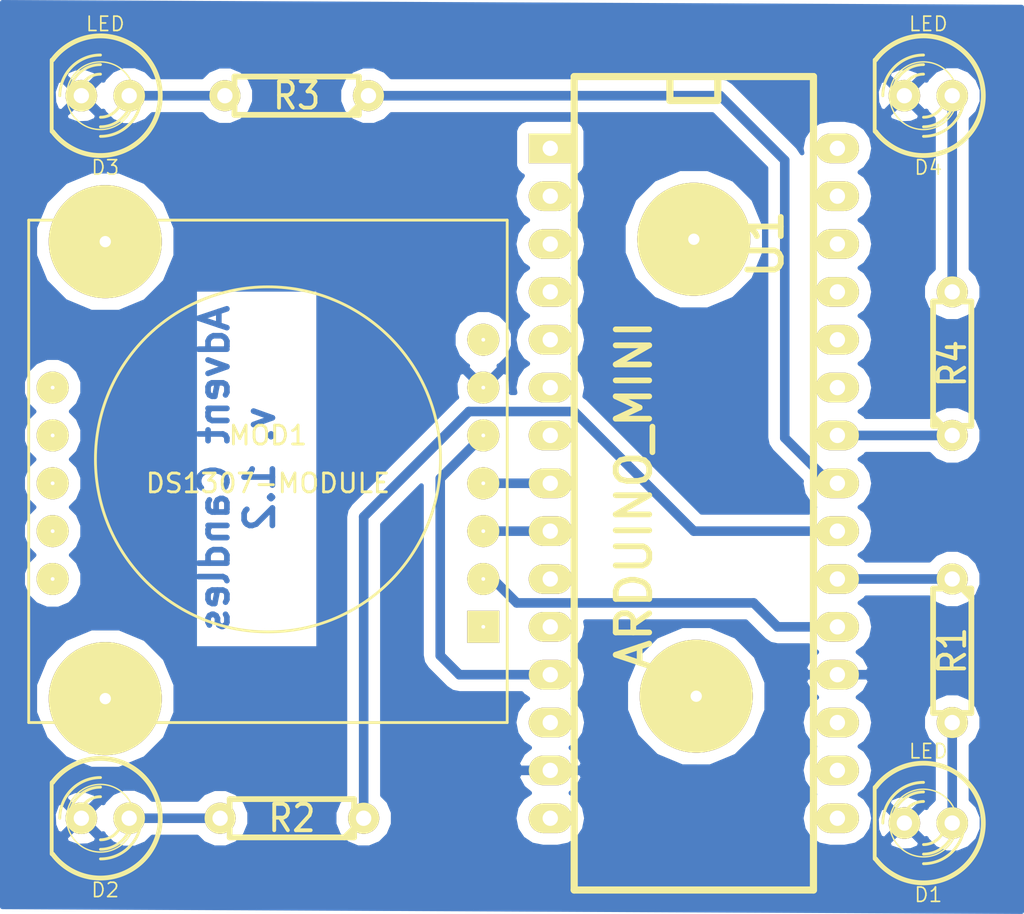
<source format=kicad_pcb>
(kicad_pcb (version 3) (host pcbnew "(2013-07-07 BZR 4022)-stable")

  (general
    (links 18)
    (no_connects 0)
    (area 34.544 32.766 88.900001 81.280001)
    (thickness 1.6)
    (drawings 1)
    (tracks 37)
    (zones 0)
    (modules 14)
    (nets 14)
  )

  (page A3)
  (layers
    (15 F.Cu signal)
    (0 B.Cu signal)
    (16 B.Adhes user)
    (17 F.Adhes user)
    (18 B.Paste user)
    (19 F.Paste user)
    (20 B.SilkS user)
    (21 F.SilkS user)
    (22 B.Mask user)
    (23 F.Mask user)
    (24 Dwgs.User user)
    (25 Cmts.User user)
    (26 Eco1.User user)
    (27 Eco2.User user)
    (28 Edge.Cuts user)
  )

  (setup
    (last_trace_width 0.508)
    (trace_clearance 0.127)
    (zone_clearance 0.618)
    (zone_45_only no)
    (trace_min 0.254)
    (segment_width 0.2)
    (edge_width 0.15)
    (via_size 0.889)
    (via_drill 0.635)
    (via_min_size 0.889)
    (via_min_drill 0.508)
    (uvia_size 0.508)
    (uvia_drill 0.127)
    (uvias_allowed no)
    (uvia_min_size 0.508)
    (uvia_min_drill 0.127)
    (pcb_text_width 0.3)
    (pcb_text_size 1.5 1.5)
    (mod_edge_width 0.15)
    (mod_text_size 1.5 1.5)
    (mod_text_width 0.15)
    (pad_size 1.7 1.7)
    (pad_drill 0.2)
    (pad_to_mask_clearance 0.2)
    (aux_axis_origin 0 0)
    (visible_elements 7FFFFFFF)
    (pcbplotparams
      (layerselection 3178497)
      (usegerberextensions true)
      (excludeedgelayer true)
      (linewidth 0.500000)
      (plotframeref false)
      (viasonmask false)
      (mode 1)
      (useauxorigin false)
      (hpglpennumber 1)
      (hpglpenspeed 20)
      (hpglpendiameter 15)
      (hpglpenoverlay 2)
      (psnegative false)
      (psa4output false)
      (plotreference true)
      (plotvalue true)
      (plotothertext true)
      (plotinvisibletext false)
      (padsonsilk false)
      (subtractmaskfromsilk false)
      (outputformat 1)
      (mirror false)
      (drillshape 1)
      (scaleselection 1)
      (outputdirectory ""))
  )

  (net 0 "")
  (net 1 GND)
  (net 2 N-000001)
  (net 3 N-0000010)
  (net 4 N-0000011)
  (net 5 N-000002)
  (net 6 N-000003)
  (net 7 N-0000032)
  (net 8 N-0000033)
  (net 9 N-000004)
  (net 10 N-000006)
  (net 11 N-000007)
  (net 12 N-000008)
  (net 13 N-000009)

  (net_class Default "Toto je výchozí třída sítě."
    (clearance 0.127)
    (trace_width 0.508)
    (via_dia 0.889)
    (via_drill 0.635)
    (uvia_dia 0.508)
    (uvia_drill 0.127)
    (add_net "")
    (add_net GND)
    (add_net N-000001)
    (add_net N-0000010)
    (add_net N-0000011)
    (add_net N-000002)
    (add_net N-000003)
    (add_net N-0000032)
    (add_net N-0000033)
    (add_net N-000004)
    (add_net N-000006)
    (add_net N-000007)
    (add_net N-000008)
    (add_net N-000009)
  )

  (module R3-LARGE_PADS (layer F.Cu) (tedit 54968F7A) (tstamp 54968E37)
    (at 85.09 67.31 270)
    (descr "Resitance 3 pas")
    (tags R)
    (path /5493C763)
    (autoplace_cost180 10)
    (fp_text reference R1 (at 0 0 270) (layer F.SilkS)
      (effects (font (size 1.397 1.27) (thickness 0.2032)))
    )
    (fp_text value R (at 0 0 270) (layer F.SilkS) hide
      (effects (font (size 1.397 1.27) (thickness 0.2032)))
    )
    (fp_line (start -3.81 0) (end -3.302 0) (layer F.SilkS) (width 0.3048))
    (fp_line (start 3.81 0) (end 3.302 0) (layer F.SilkS) (width 0.3048))
    (fp_line (start 3.302 0) (end 3.302 -1.016) (layer F.SilkS) (width 0.3048))
    (fp_line (start 3.302 -1.016) (end -3.302 -1.016) (layer F.SilkS) (width 0.3048))
    (fp_line (start -3.302 -1.016) (end -3.302 1.016) (layer F.SilkS) (width 0.3048))
    (fp_line (start -3.302 1.016) (end 3.302 1.016) (layer F.SilkS) (width 0.3048))
    (fp_line (start 3.302 1.016) (end 3.302 0) (layer F.SilkS) (width 0.3048))
    (fp_line (start -3.302 -0.508) (end -2.794 -1.016) (layer F.SilkS) (width 0.3048))
    (pad 1 thru_hole circle (at -3.81 0 270) (size 1.651 1.651) (drill 0.8128)
      (layers *.Cu *.Mask F.SilkS)
      (net 4 N-0000011)
    )
    (pad 2 thru_hole circle (at 3.81 0 270) (size 1.651 1.651) (drill 0.8128)
      (layers *.Cu *.Mask F.SilkS)
      (net 6 N-000003)
    )
    (model discret/resistor.wrl
      (at (xyz 0 0 0))
      (scale (xyz 0.3 0.3 0.3))
      (rotate (xyz 0 0 0))
    )
  )

  (module R3-LARGE_PADS (layer F.Cu) (tedit 47E26765) (tstamp 54968E45)
    (at 50.038 76.2 180)
    (descr "Resitance 3 pas")
    (tags R)
    (path /5493C770)
    (autoplace_cost180 10)
    (fp_text reference R2 (at 0 0 180) (layer F.SilkS)
      (effects (font (size 1.397 1.27) (thickness 0.2032)))
    )
    (fp_text value R (at 0 0 180) (layer F.SilkS) hide
      (effects (font (size 1.397 1.27) (thickness 0.2032)))
    )
    (fp_line (start -3.81 0) (end -3.302 0) (layer F.SilkS) (width 0.3048))
    (fp_line (start 3.81 0) (end 3.302 0) (layer F.SilkS) (width 0.3048))
    (fp_line (start 3.302 0) (end 3.302 -1.016) (layer F.SilkS) (width 0.3048))
    (fp_line (start 3.302 -1.016) (end -3.302 -1.016) (layer F.SilkS) (width 0.3048))
    (fp_line (start -3.302 -1.016) (end -3.302 1.016) (layer F.SilkS) (width 0.3048))
    (fp_line (start -3.302 1.016) (end 3.302 1.016) (layer F.SilkS) (width 0.3048))
    (fp_line (start 3.302 1.016) (end 3.302 0) (layer F.SilkS) (width 0.3048))
    (fp_line (start -3.302 -0.508) (end -2.794 -1.016) (layer F.SilkS) (width 0.3048))
    (pad 1 thru_hole circle (at -3.81 0 180) (size 1.651 1.651) (drill 0.8128)
      (layers *.Cu *.Mask F.SilkS)
      (net 3 N-0000010)
    )
    (pad 2 thru_hole circle (at 3.81 0 180) (size 1.651 1.651) (drill 0.8128)
      (layers *.Cu *.Mask F.SilkS)
      (net 5 N-000002)
    )
    (model discret/resistor.wrl
      (at (xyz 0 0 0))
      (scale (xyz 0.3 0.3 0.3))
      (rotate (xyz 0 0 0))
    )
  )

  (module R3-LARGE_PADS (layer F.Cu) (tedit 47E26765) (tstamp 54968E53)
    (at 50.292 37.846 180)
    (descr "Resitance 3 pas")
    (tags R)
    (path /5493C776)
    (autoplace_cost180 10)
    (fp_text reference R3 (at 0 0 180) (layer F.SilkS)
      (effects (font (size 1.397 1.27) (thickness 0.2032)))
    )
    (fp_text value R (at 0 0 180) (layer F.SilkS) hide
      (effects (font (size 1.397 1.27) (thickness 0.2032)))
    )
    (fp_line (start -3.81 0) (end -3.302 0) (layer F.SilkS) (width 0.3048))
    (fp_line (start 3.81 0) (end 3.302 0) (layer F.SilkS) (width 0.3048))
    (fp_line (start 3.302 0) (end 3.302 -1.016) (layer F.SilkS) (width 0.3048))
    (fp_line (start 3.302 -1.016) (end -3.302 -1.016) (layer F.SilkS) (width 0.3048))
    (fp_line (start -3.302 -1.016) (end -3.302 1.016) (layer F.SilkS) (width 0.3048))
    (fp_line (start -3.302 1.016) (end 3.302 1.016) (layer F.SilkS) (width 0.3048))
    (fp_line (start 3.302 1.016) (end 3.302 0) (layer F.SilkS) (width 0.3048))
    (fp_line (start -3.302 -0.508) (end -2.794 -1.016) (layer F.SilkS) (width 0.3048))
    (pad 1 thru_hole circle (at -3.81 0 180) (size 1.651 1.651) (drill 0.8128)
      (layers *.Cu *.Mask F.SilkS)
      (net 13 N-000009)
    )
    (pad 2 thru_hole circle (at 3.81 0 180) (size 1.651 1.651) (drill 0.8128)
      (layers *.Cu *.Mask F.SilkS)
      (net 2 N-000001)
    )
    (model discret/resistor.wrl
      (at (xyz 0 0 0))
      (scale (xyz 0.3 0.3 0.3))
      (rotate (xyz 0 0 0))
    )
  )

  (module R3-LARGE_PADS (layer F.Cu) (tedit 47E26765) (tstamp 54968E61)
    (at 85.09 52.07 90)
    (descr "Resitance 3 pas")
    (tags R)
    (path /5493C77C)
    (autoplace_cost180 10)
    (fp_text reference R4 (at 0 0 90) (layer F.SilkS)
      (effects (font (size 1.397 1.27) (thickness 0.2032)))
    )
    (fp_text value R (at 0 0 90) (layer F.SilkS) hide
      (effects (font (size 1.397 1.27) (thickness 0.2032)))
    )
    (fp_line (start -3.81 0) (end -3.302 0) (layer F.SilkS) (width 0.3048))
    (fp_line (start 3.81 0) (end 3.302 0) (layer F.SilkS) (width 0.3048))
    (fp_line (start 3.302 0) (end 3.302 -1.016) (layer F.SilkS) (width 0.3048))
    (fp_line (start 3.302 -1.016) (end -3.302 -1.016) (layer F.SilkS) (width 0.3048))
    (fp_line (start -3.302 -1.016) (end -3.302 1.016) (layer F.SilkS) (width 0.3048))
    (fp_line (start -3.302 1.016) (end 3.302 1.016) (layer F.SilkS) (width 0.3048))
    (fp_line (start 3.302 1.016) (end 3.302 0) (layer F.SilkS) (width 0.3048))
    (fp_line (start -3.302 -0.508) (end -2.794 -1.016) (layer F.SilkS) (width 0.3048))
    (pad 1 thru_hole circle (at -3.81 0 90) (size 1.651 1.651) (drill 0.8128)
      (layers *.Cu *.Mask F.SilkS)
      (net 12 N-000008)
    )
    (pad 2 thru_hole circle (at 3.81 0 90) (size 1.651 1.651) (drill 0.8128)
      (layers *.Cu *.Mask F.SilkS)
      (net 9 N-000004)
    )
    (model discret/resistor.wrl
      (at (xyz 0 0 0))
      (scale (xyz 0.3 0.3 0.3))
      (rotate (xyz 0 0 0))
    )
  )

  (module LED-5MM (layer F.Cu) (tedit 50ADE86B) (tstamp 54969277)
    (at 83.82 76.454 180)
    (descr "LED 5mm - Lead pitch 100mil (2,54mm)")
    (tags "LED led 5mm 5MM 100mil 2,54mm")
    (path /5493C784)
    (fp_text reference D1 (at 0 -3.81 180) (layer F.SilkS)
      (effects (font (size 0.762 0.762) (thickness 0.0889)))
    )
    (fp_text value LED (at 0 3.81 180) (layer F.SilkS)
      (effects (font (size 0.762 0.762) (thickness 0.0889)))
    )
    (fp_line (start 2.8448 1.905) (end 2.8448 -1.905) (layer F.SilkS) (width 0.2032))
    (fp_circle (center 0.254 0) (end -1.016 1.27) (layer F.SilkS) (width 0.0762))
    (fp_arc (start 0.254 0) (end 2.794 1.905) (angle 286.2) (layer F.SilkS) (width 0.254))
    (fp_arc (start 0.254 0) (end -0.889 0) (angle 90) (layer F.SilkS) (width 0.1524))
    (fp_arc (start 0.254 0) (end 1.397 0) (angle 90) (layer F.SilkS) (width 0.1524))
    (fp_arc (start 0.254 0) (end -1.397 0) (angle 90) (layer F.SilkS) (width 0.1524))
    (fp_arc (start 0.254 0) (end 1.905 0) (angle 90) (layer F.SilkS) (width 0.1524))
    (fp_arc (start 0.254 0) (end -1.905 0) (angle 90) (layer F.SilkS) (width 0.1524))
    (fp_arc (start 0.254 0) (end 2.413 0) (angle 90) (layer F.SilkS) (width 0.1524))
    (pad 1 thru_hole circle (at -1.27 0 180) (size 1.6764 1.6764) (drill 0.8128)
      (layers *.Cu *.Mask F.SilkS)
      (net 6 N-000003)
    )
    (pad 2 thru_hole circle (at 1.27 0 180) (size 1.6764 1.6764) (drill 0.8128)
      (layers *.Cu *.Mask F.SilkS)
      (net 1 GND)
    )
    (model discret/leds/led5_vertical_verde.wrl
      (at (xyz 0 0 0))
      (scale (xyz 1 1 1))
      (rotate (xyz 0 0 0))
    )
  )

  (module LED-5MM (layer F.Cu) (tedit 50ADE86B) (tstamp 54968E7F)
    (at 40.132 76.2 180)
    (descr "LED 5mm - Lead pitch 100mil (2,54mm)")
    (tags "LED led 5mm 5MM 100mil 2,54mm")
    (path /5493C791)
    (fp_text reference D2 (at 0 -3.81 180) (layer F.SilkS)
      (effects (font (size 0.762 0.762) (thickness 0.0889)))
    )
    (fp_text value LED (at 0 3.81 180) (layer F.SilkS)
      (effects (font (size 0.762 0.762) (thickness 0.0889)))
    )
    (fp_line (start 2.8448 1.905) (end 2.8448 -1.905) (layer F.SilkS) (width 0.2032))
    (fp_circle (center 0.254 0) (end -1.016 1.27) (layer F.SilkS) (width 0.0762))
    (fp_arc (start 0.254 0) (end 2.794 1.905) (angle 286.2) (layer F.SilkS) (width 0.254))
    (fp_arc (start 0.254 0) (end -0.889 0) (angle 90) (layer F.SilkS) (width 0.1524))
    (fp_arc (start 0.254 0) (end 1.397 0) (angle 90) (layer F.SilkS) (width 0.1524))
    (fp_arc (start 0.254 0) (end -1.397 0) (angle 90) (layer F.SilkS) (width 0.1524))
    (fp_arc (start 0.254 0) (end 1.905 0) (angle 90) (layer F.SilkS) (width 0.1524))
    (fp_arc (start 0.254 0) (end -1.905 0) (angle 90) (layer F.SilkS) (width 0.1524))
    (fp_arc (start 0.254 0) (end 2.413 0) (angle 90) (layer F.SilkS) (width 0.1524))
    (pad 1 thru_hole circle (at -1.27 0 180) (size 1.6764 1.6764) (drill 0.8128)
      (layers *.Cu *.Mask F.SilkS)
      (net 5 N-000002)
    )
    (pad 2 thru_hole circle (at 1.27 0 180) (size 1.6764 1.6764) (drill 0.8128)
      (layers *.Cu *.Mask F.SilkS)
      (net 1 GND)
    )
    (model discret/leds/led5_vertical_verde.wrl
      (at (xyz 0 0 0))
      (scale (xyz 1 1 1))
      (rotate (xyz 0 0 0))
    )
  )

  (module LED-5MM (layer F.Cu) (tedit 50ADE86B) (tstamp 54968E8E)
    (at 40.132 37.846 180)
    (descr "LED 5mm - Lead pitch 100mil (2,54mm)")
    (tags "LED led 5mm 5MM 100mil 2,54mm")
    (path /5493C797)
    (fp_text reference D3 (at 0 -3.81 180) (layer F.SilkS)
      (effects (font (size 0.762 0.762) (thickness 0.0889)))
    )
    (fp_text value LED (at 0 3.81 180) (layer F.SilkS)
      (effects (font (size 0.762 0.762) (thickness 0.0889)))
    )
    (fp_line (start 2.8448 1.905) (end 2.8448 -1.905) (layer F.SilkS) (width 0.2032))
    (fp_circle (center 0.254 0) (end -1.016 1.27) (layer F.SilkS) (width 0.0762))
    (fp_arc (start 0.254 0) (end 2.794 1.905) (angle 286.2) (layer F.SilkS) (width 0.254))
    (fp_arc (start 0.254 0) (end -0.889 0) (angle 90) (layer F.SilkS) (width 0.1524))
    (fp_arc (start 0.254 0) (end 1.397 0) (angle 90) (layer F.SilkS) (width 0.1524))
    (fp_arc (start 0.254 0) (end -1.397 0) (angle 90) (layer F.SilkS) (width 0.1524))
    (fp_arc (start 0.254 0) (end 1.905 0) (angle 90) (layer F.SilkS) (width 0.1524))
    (fp_arc (start 0.254 0) (end -1.905 0) (angle 90) (layer F.SilkS) (width 0.1524))
    (fp_arc (start 0.254 0) (end 2.413 0) (angle 90) (layer F.SilkS) (width 0.1524))
    (pad 1 thru_hole circle (at -1.27 0 180) (size 1.6764 1.6764) (drill 0.8128)
      (layers *.Cu *.Mask F.SilkS)
      (net 2 N-000001)
    )
    (pad 2 thru_hole circle (at 1.27 0 180) (size 1.6764 1.6764) (drill 0.8128)
      (layers *.Cu *.Mask F.SilkS)
      (net 1 GND)
    )
    (model discret/leds/led5_vertical_verde.wrl
      (at (xyz 0 0 0))
      (scale (xyz 1 1 1))
      (rotate (xyz 0 0 0))
    )
  )

  (module LED-5MM (layer F.Cu) (tedit 50ADE86B) (tstamp 54968E9D)
    (at 83.82 37.846 180)
    (descr "LED 5mm - Lead pitch 100mil (2,54mm)")
    (tags "LED led 5mm 5MM 100mil 2,54mm")
    (path /5493C79D)
    (fp_text reference D4 (at 0 -3.81 180) (layer F.SilkS)
      (effects (font (size 0.762 0.762) (thickness 0.0889)))
    )
    (fp_text value LED (at 0 3.81 180) (layer F.SilkS)
      (effects (font (size 0.762 0.762) (thickness 0.0889)))
    )
    (fp_line (start 2.8448 1.905) (end 2.8448 -1.905) (layer F.SilkS) (width 0.2032))
    (fp_circle (center 0.254 0) (end -1.016 1.27) (layer F.SilkS) (width 0.0762))
    (fp_arc (start 0.254 0) (end 2.794 1.905) (angle 286.2) (layer F.SilkS) (width 0.254))
    (fp_arc (start 0.254 0) (end -0.889 0) (angle 90) (layer F.SilkS) (width 0.1524))
    (fp_arc (start 0.254 0) (end 1.397 0) (angle 90) (layer F.SilkS) (width 0.1524))
    (fp_arc (start 0.254 0) (end -1.397 0) (angle 90) (layer F.SilkS) (width 0.1524))
    (fp_arc (start 0.254 0) (end 1.905 0) (angle 90) (layer F.SilkS) (width 0.1524))
    (fp_arc (start 0.254 0) (end -1.905 0) (angle 90) (layer F.SilkS) (width 0.1524))
    (fp_arc (start 0.254 0) (end 2.413 0) (angle 90) (layer F.SilkS) (width 0.1524))
    (pad 1 thru_hole circle (at -1.27 0 180) (size 1.6764 1.6764) (drill 0.8128)
      (layers *.Cu *.Mask F.SilkS)
      (net 9 N-000004)
    )
    (pad 2 thru_hole circle (at 1.27 0 180) (size 1.6764 1.6764) (drill 0.8128)
      (layers *.Cu *.Mask F.SilkS)
      (net 1 GND)
    )
    (model discret/leds/led5_vertical_verde.wrl
      (at (xyz 0 0 0))
      (scale (xyz 1 1 1))
      (rotate (xyz 0 0 0))
    )
  )

  (module DS1307-MODULE (layer F.Cu) (tedit 5497007E) (tstamp 54969088)
    (at 48.768 58.42 180)
    (path /5493C6EE)
    (fp_text reference MOD1 (at 0 2.54 180) (layer F.SilkS)
      (effects (font (size 1 1) (thickness 0.15)))
    )
    (fp_text value DS1307-MODULE (at 0 0 180) (layer F.SilkS)
      (effects (font (size 1 1) (thickness 0.15)))
    )
    (fp_circle (center 0 1.27) (end 7.62 6.35) (layer F.SilkS) (width 0.15))
    (fp_line (start -12.7 -12.7) (end 12.7 -12.7) (layer F.SilkS) (width 0.15))
    (fp_line (start 12.7 -12.7) (end 12.7 13.97) (layer F.SilkS) (width 0.15))
    (fp_line (start 12.7 13.97) (end -12.7 13.97) (layer F.SilkS) (width 0.15))
    (fp_line (start -12.7 13.97) (end -12.7 -12.7) (layer F.SilkS) (width 0.15))
    (pad 2 thru_hole circle (at -11.43 -5.08 180) (size 1.7 1.7) (drill 0.2)
      (layers *.Cu *.Mask F.SilkS)
      (net 8 N-0000033)
    )
    (pad 3 thru_hole circle (at -11.43 -2.54 180) (size 1.7 1.7) (drill 0.2)
      (layers *.Cu *.Mask F.SilkS)
      (net 7 N-0000032)
    )
    (pad 4 thru_hole circle (at -11.43 0 180) (size 1.7 1.7) (drill 0.2)
      (layers *.Cu *.Mask F.SilkS)
      (net 11 N-000007)
    )
    (pad 5 thru_hole circle (at -11.43 2.54 180) (size 1.7 1.7) (drill 0.2)
      (layers *.Cu *.Mask F.SilkS)
      (net 10 N-000006)
    )
    (pad 6 thru_hole circle (at -11.43 5.08 180) (size 1.7 1.7) (drill 0.2)
      (layers *.Cu *.Mask F.SilkS)
      (net 1 GND)
    )
    (pad 7 thru_hole circle (at -11.43 7.62 180) (size 1.7 1.7) (drill 0.2)
      (layers *.Cu *.Mask F.SilkS)
    )
    (pad 8 thru_hole circle (at 11.43 5.08 180) (size 1.7 1.7) (drill 0.2)
      (layers *.Cu *.Mask F.SilkS)
    )
    (pad 9 thru_hole circle (at 11.43 2.54 180) (size 1.7 1.7) (drill 0.2)
      (layers *.Cu *.Mask F.SilkS)
    )
    (pad 10 thru_hole circle (at 11.43 0 180) (size 1.7 1.7) (drill 0.2)
      (layers *.Cu *.Mask F.SilkS)
    )
    (pad 11 thru_hole circle (at 11.43 -2.54 180) (size 1.7 1.7) (drill 0.2)
      (layers *.Cu *.Mask F.SilkS)
    )
    (pad 12 thru_hole circle (at 11.43 -5.08 180) (size 1.7 1.7) (drill 0.2)
      (layers *.Cu *.Mask F.SilkS)
    )
    (pad 1 thru_hole rect (at -11.43 -7.62 180) (size 1.7 1.7) (drill 0.2)
      (layers *.Cu *.Mask F.SilkS)
    )
  )

  (module arduino_mini (layer F.Cu) (tedit 507C2E55) (tstamp 54969257)
    (at 71.374 59.69 270)
    (descr "30 pins DIL package, elliptical pads, width 600mil (arduino mini)")
    (tags "DIL arduino mini")
    (path /5493C428)
    (fp_text reference U1 (at -13.97 -3.81 270) (layer F.SilkS)
      (effects (font (size 1.778 1.778) (thickness 0.3048)))
    )
    (fp_text value ARDUINO_MINI (at -0.635 3.175 270) (layer F.SilkS)
      (effects (font (size 1.778 1.778) (thickness 0.3048)))
    )
    (fp_line (start -22.86 -6.35) (end 20.32 -6.35) (layer F.SilkS) (width 0.381))
    (fp_line (start 20.32 -6.35) (end 20.32 6.35) (layer F.SilkS) (width 0.381))
    (fp_line (start 20.32 6.35) (end -22.86 6.35) (layer F.SilkS) (width 0.381))
    (fp_line (start -22.86 6.35) (end -22.86 -6.35) (layer F.SilkS) (width 0.381))
    (fp_line (start -22.86 1.27) (end -21.59 1.27) (layer F.SilkS) (width 0.381))
    (fp_line (start -21.59 1.27) (end -21.59 -1.27) (layer F.SilkS) (width 0.381))
    (fp_line (start -21.59 -1.27) (end -22.86 -1.27) (layer F.SilkS) (width 0.381))
    (pad 1 thru_hole rect (at -19.05 7.62 270) (size 1.5748 2.286) (drill 0.8128)
      (layers *.Cu *.Mask F.SilkS)
    )
    (pad 2 thru_hole oval (at -16.51 7.62 270) (size 1.5748 2.286) (drill 0.8128)
      (layers *.Cu *.Mask F.SilkS)
    )
    (pad 3 thru_hole oval (at -13.97 7.62 270) (size 1.5748 2.286) (drill 0.8128)
      (layers *.Cu *.Mask F.SilkS)
    )
    (pad 4 thru_hole oval (at -11.43 7.62 270) (size 1.5748 2.286) (drill 0.8128)
      (layers *.Cu *.Mask F.SilkS)
    )
    (pad 5 thru_hole oval (at -8.89 7.62 270) (size 1.5748 2.286) (drill 0.8128)
      (layers *.Cu *.Mask F.SilkS)
    )
    (pad 6 thru_hole oval (at -6.35 7.62 270) (size 1.5748 2.286) (drill 0.8128)
      (layers *.Cu *.Mask F.SilkS)
    )
    (pad 7 thru_hole oval (at -3.81 7.62 270) (size 1.5748 2.286) (drill 0.8128)
      (layers *.Cu *.Mask F.SilkS)
    )
    (pad 8 thru_hole oval (at -1.27 7.62 270) (size 1.5748 2.286) (drill 0.8128)
      (layers *.Cu *.Mask F.SilkS)
      (net 11 N-000007)
    )
    (pad 9 thru_hole oval (at 1.27 7.62 270) (size 1.5748 2.286) (drill 0.8128)
      (layers *.Cu *.Mask F.SilkS)
      (net 7 N-0000032)
    )
    (pad 10 thru_hole oval (at 3.81 7.62 270) (size 1.5748 2.286) (drill 0.8128)
      (layers *.Cu *.Mask F.SilkS)
    )
    (pad 11 thru_hole oval (at 6.35 7.62 270) (size 1.5748 2.286) (drill 0.8128)
      (layers *.Cu *.Mask F.SilkS)
    )
    (pad 12 thru_hole oval (at 8.89 7.62 270) (size 1.5748 2.286) (drill 0.8128)
      (layers *.Cu *.Mask F.SilkS)
      (net 10 N-000006)
    )
    (pad 13 thru_hole oval (at 11.43 7.62 270) (size 1.5748 2.286) (drill 0.8128)
      (layers *.Cu *.Mask F.SilkS)
    )
    (pad 14 thru_hole oval (at 13.97 7.62 270) (size 1.5748 2.286) (drill 0.8128)
      (layers *.Cu *.Mask F.SilkS)
      (net 1 GND)
    )
    (pad 15 thru_hole oval (at 16.51 7.62 270) (size 1.5748 2.286) (drill 0.8128)
      (layers *.Cu *.Mask F.SilkS)
    )
    (pad 16 thru_hole oval (at 16.51 -7.62 270) (size 1.5748 2.286) (drill 0.8128)
      (layers *.Cu *.Mask F.SilkS)
    )
    (pad 17 thru_hole oval (at 13.97 -7.62 270) (size 1.5748 2.286) (drill 0.8128)
      (layers *.Cu *.Mask F.SilkS)
    )
    (pad 18 thru_hole oval (at 11.43 -7.62 270) (size 1.5748 2.286) (drill 0.8128)
      (layers *.Cu *.Mask F.SilkS)
    )
    (pad 19 thru_hole oval (at 8.89 -7.62 270) (size 1.5748 2.286) (drill 0.8128)
      (layers *.Cu *.Mask F.SilkS)
      (net 1 GND)
    )
    (pad 20 thru_hole oval (at 6.35 -7.62 270) (size 1.5748 2.286) (drill 0.8128)
      (layers *.Cu *.Mask F.SilkS)
      (net 8 N-0000033)
    )
    (pad 21 thru_hole oval (at 3.81 -7.62 270) (size 1.5748 2.286) (drill 0.8128)
      (layers *.Cu *.Mask F.SilkS)
      (net 4 N-0000011)
    )
    (pad 22 thru_hole oval (at 1.27 -7.62 270) (size 1.5748 2.286) (drill 0.8128)
      (layers *.Cu *.Mask F.SilkS)
      (net 3 N-0000010)
    )
    (pad 23 thru_hole oval (at -1.27 -7.62 270) (size 1.5748 2.286) (drill 0.8128)
      (layers *.Cu *.Mask F.SilkS)
      (net 13 N-000009)
    )
    (pad 24 thru_hole oval (at -3.81 -7.62 270) (size 1.5748 2.286) (drill 0.8128)
      (layers *.Cu *.Mask F.SilkS)
      (net 12 N-000008)
    )
    (pad 25 thru_hole oval (at -6.35 -7.62 270) (size 1.5748 2.286) (drill 0.8128)
      (layers *.Cu *.Mask F.SilkS)
    )
    (pad 26 thru_hole oval (at -8.89 -7.62 270) (size 1.5748 2.286) (drill 0.8128)
      (layers *.Cu *.Mask F.SilkS)
    )
    (pad 27 thru_hole oval (at -11.43 -7.62 270) (size 1.5748 2.286) (drill 0.8128)
      (layers *.Cu *.Mask F.SilkS)
    )
    (pad 28 thru_hole oval (at -13.97 -7.62 270) (size 1.5748 2.286) (drill 0.8128)
      (layers *.Cu *.Mask F.SilkS)
    )
    (pad 29 thru_hole oval (at -16.51 -7.62 270) (size 1.5748 2.286) (drill 0.8128)
      (layers *.Cu *.Mask F.SilkS)
    )
    (pad 30 thru_hole oval (at -19.05 -7.62 270) (size 1.5748 2.286) (drill 0.8128)
      (layers *.Cu *.Mask F.SilkS)
    )
  )

  (module pad (layer F.Cu) (tedit 51979136) (tstamp 549702B6)
    (at 40.132 45.593)
    (fp_text reference Ref** (at 0 0.508) (layer F.SilkS)
      (effects (font (size 1 1) (thickness 0.15)))
    )
    (fp_text value Val** (at 0 -1.016) (layer F.SilkS)
      (effects (font (size 1 1) (thickness 0.15)))
    )
    (pad "" thru_hole circle (at 0 0) (size 6 6) (drill 0.6)
      (layers *.Cu *.Mask F.SilkS)
    )
  )

  (module pad (layer F.Cu) (tedit 51979136) (tstamp 549702C7)
    (at 40.132 69.85)
    (fp_text reference Ref** (at 0 0.508) (layer F.SilkS)
      (effects (font (size 1 1) (thickness 0.15)))
    )
    (fp_text value Val** (at 0 -1.016) (layer F.SilkS)
      (effects (font (size 1 1) (thickness 0.15)))
    )
    (pad "" thru_hole circle (at 0 0) (size 6 6) (drill 0.6)
      (layers *.Cu *.Mask F.SilkS)
    )
  )

  (module pad (layer F.Cu) (tedit 51979136) (tstamp 549702D6)
    (at 71.501 69.723)
    (fp_text reference Ref** (at 0 0.508) (layer F.SilkS)
      (effects (font (size 1 1) (thickness 0.15)))
    )
    (fp_text value Val** (at 0 -1.016) (layer F.SilkS)
      (effects (font (size 1 1) (thickness 0.15)))
    )
    (pad "" thru_hole circle (at 0 0) (size 6 6) (drill 0.6)
      (layers *.Cu *.Mask F.SilkS)
    )
  )

  (module pad (layer F.Cu) (tedit 51979136) (tstamp 549702EA)
    (at 71.374 45.466)
    (fp_text reference Ref** (at 0 0.508) (layer F.SilkS)
      (effects (font (size 1 1) (thickness 0.15)))
    )
    (fp_text value Val** (at 0 -1.016) (layer F.SilkS)
      (effects (font (size 1 1) (thickness 0.15)))
    )
    (pad "" thru_hole circle (at 0 0) (size 6 6) (drill 0.6)
      (layers *.Cu *.Mask F.SilkS)
    )
  )

  (gr_text "Advent Candles\nv. 1.2" (at 47.117 57.658 90) (layer B.Cu)
    (effects (font (size 1.5 1.5) (thickness 0.3)) (justify mirror))
  )

  (segment (start 46.482 37.846) (end 41.402 37.846) (width 0.508) (layer B.Cu) (net 2))
  (segment (start 53.848 76.2) (end 53.848 60.198) (width 0.508) (layer B.Cu) (net 3))
  (segment (start 53.848 60.198) (end 59.436 54.61) (width 0.508) (layer B.Cu) (net 3) (tstamp 54969538))
  (segment (start 59.436 54.61) (end 65.024 54.61) (width 0.508) (layer B.Cu) (net 3) (tstamp 5496953A))
  (segment (start 65.024 54.61) (end 71.374 60.96) (width 0.508) (layer B.Cu) (net 3) (tstamp 5496953C))
  (segment (start 71.374 60.96) (end 78.994 60.96) (width 0.508) (layer B.Cu) (net 3) (tstamp 5496953E))
  (segment (start 85.09 63.5) (end 78.74 63.5) (width 0.508) (layer B.Cu) (net 4))
  (segment (start 78.74 63.5) (end 78.994 63.5) (width 0.508) (layer B.Cu) (net 4) (tstamp 5496951B))
  (segment (start 41.402 76.2) (end 45.974 76.2) (width 0.508) (layer B.Cu) (net 5))
  (segment (start 45.974 76.2) (end 46.228 76.2) (width 0.508) (layer B.Cu) (net 5) (tstamp 5496952E))
  (segment (start 85.09 71.12) (end 85.09 76.2) (width 0.508) (layer B.Cu) (net 6))
  (segment (start 84.836 76.454) (end 85.09 76.454) (width 0.508) (layer B.Cu) (net 6) (tstamp 5496951E))
  (segment (start 85.09 76.2) (end 84.836 76.454) (width 0.508) (layer B.Cu) (net 6) (tstamp 5496951C))
  (segment (start 63.754 60.96) (end 60.452 60.96) (width 0.508) (layer B.Cu) (net 7))
  (segment (start 60.452 60.96) (end 60.198 60.96) (width 0.508) (layer B.Cu) (net 7) (tstamp 549695B2))
  (segment (start 78.994 66.04) (end 75.819 66.04) (width 0.508) (layer B.Cu) (net 8) (status 400000))
  (segment (start 75.819 66.04) (end 74.549 64.77) (width 0.508) (layer B.Cu) (net 8) (tstamp 549694F6))
  (segment (start 74.549 64.77) (end 61.976 64.77) (width 0.508) (layer B.Cu) (net 8) (tstamp 549694F8))
  (segment (start 61.976 64.77) (end 60.706 63.5) (width 0.508) (layer B.Cu) (net 8) (tstamp 549694FA))
  (segment (start 60.706 63.5) (end 60.198 63.5) (width 0.508) (layer B.Cu) (net 8) (tstamp 549694FC))
  (segment (start 85.09 48.26) (end 85.09 37.846) (width 0.508) (layer B.Cu) (net 9))
  (segment (start 60.198 55.88) (end 60.198 55.88) (width 0.508) (layer B.Cu) (net 10))
  (segment (start 63.5 68.58) (end 63.754 68.58) (width 0.508) (layer B.Cu) (net 10) (tstamp 549695CB))
  (segment (start 58.928 68.58) (end 63.5 68.58) (width 0.508) (layer B.Cu) (net 10) (tstamp 549695C9))
  (segment (start 57.912 67.564) (end 58.928 68.58) (width 0.508) (layer B.Cu) (net 10) (tstamp 549695C8))
  (segment (start 57.912 58.166) (end 57.912 67.564) (width 0.508) (layer B.Cu) (net 10) (tstamp 549695C7))
  (segment (start 60.198 55.88) (end 57.912 58.166) (width 0.508) (layer B.Cu) (net 10) (tstamp 549695C6))
  (segment (start 60.198 58.42) (end 63.5 58.42) (width 0.508) (layer B.Cu) (net 11))
  (segment (start 63.5 58.42) (end 63.754 58.42) (width 0.508) (layer B.Cu) (net 11) (tstamp 549695B0))
  (segment (start 85.09 55.88) (end 78.74 55.88) (width 0.508) (layer B.Cu) (net 12))
  (segment (start 78.74 55.88) (end 78.994 55.88) (width 0.508) (layer B.Cu) (net 12) (tstamp 54969519))
  (segment (start 54.102 37.846) (end 72.771 37.846) (width 0.508) (layer B.Cu) (net 13) (status 400000))
  (segment (start 78.74 58.166) (end 78.994 58.42) (width 0.508) (layer B.Cu) (net 13) (tstamp 54969529))
  (segment (start 78.359 58.166) (end 78.74 58.166) (width 0.508) (layer B.Cu) (net 13) (tstamp 54969527))
  (segment (start 76.2 56.007) (end 78.359 58.166) (width 0.508) (layer B.Cu) (net 13) (tstamp 54969525))
  (segment (start 76.2 41.275) (end 76.2 56.007) (width 0.508) (layer B.Cu) (net 13) (tstamp 54969523))
  (segment (start 72.771 37.846) (end 76.2 41.275) (width 0.508) (layer B.Cu) (net 13) (tstamp 54969521))

  (zone (net 1) (net_name GND) (layer B.Cu) (tstamp 54969563) (hatch edge 0.508)
    (connect_pads (clearance 0.618))
    (min_thickness 0.254)
    (fill (arc_segments 16) (thermal_gap 0.508) (thermal_bridge_width 0.508))
    (polygon
      (pts
        (xy 88.9 81.28) (xy 34.544 81.026) (xy 34.544 32.766) (xy 88.9 33.02)
      )
    )
    (filled_polygon
      (pts
        (xy 88.773 81.152405) (xy 86.673474 81.142594) (xy 86.673474 76.140464) (xy 86.673474 37.532464) (xy 86.432954 36.950361)
        (xy 85.987981 36.504612) (xy 85.406299 36.263076) (xy 84.776464 36.262526) (xy 84.194361 36.503046) (xy 83.748612 36.948019)
        (xy 83.714238 37.030799) (xy 83.585412 36.990193) (xy 83.405807 37.169798) (xy 83.405807 36.810588) (xy 83.326982 36.56051)
        (xy 82.775903 36.361024) (xy 82.190432 36.387612) (xy 81.773018 36.56051) (xy 81.694193 36.810588) (xy 82.55 37.666395)
        (xy 83.405807 36.810588) (xy 83.405807 37.169798) (xy 82.729605 37.846) (xy 83.585412 38.701807) (xy 83.713858 38.66132)
        (xy 83.747046 38.741639) (xy 84.091 39.086192) (xy 84.091 47.038172) (xy 83.759372 47.369222) (xy 83.519774 47.946238)
        (xy 83.519229 48.571021) (xy 83.757819 49.148454) (xy 84.199222 49.590628) (xy 84.776238 49.830226) (xy 85.401021 49.830771)
        (xy 85.978454 49.592181) (xy 86.420628 49.150778) (xy 86.660226 48.573762) (xy 86.660771 47.948979) (xy 86.422181 47.371546)
        (xy 86.089 47.037783) (xy 86.089 39.085772) (xy 86.431388 38.743981) (xy 86.672924 38.162299) (xy 86.673474 37.532464)
        (xy 86.673474 76.140464) (xy 86.432954 75.558361) (xy 86.089 75.213807) (xy 86.089 72.341827) (xy 86.420628 72.010778)
        (xy 86.660226 71.433762) (xy 86.660771 70.808979) (xy 86.660771 63.188979) (xy 86.422181 62.611546) (xy 85.980778 62.169372)
        (xy 85.403762 61.929774) (xy 84.778979 61.929229) (xy 84.201546 62.167819) (xy 83.867783 62.501) (xy 80.526665 62.501)
        (xy 80.470158 62.41643) (xy 80.191146 62.23) (xy 80.470158 62.04357) (xy 80.802341 61.546424) (xy 80.918988 60.96)
        (xy 80.802341 60.373576) (xy 80.470158 59.87643) (xy 80.191146 59.69) (xy 80.470158 59.50357) (xy 80.802341 59.006424)
        (xy 80.918988 58.42) (xy 80.802341 57.833576) (xy 80.470158 57.33643) (xy 80.191146 57.15) (xy 80.470158 56.96357)
        (xy 80.526665 56.879) (xy 83.868172 56.879) (xy 84.199222 57.210628) (xy 84.776238 57.450226) (xy 85.401021 57.450771)
        (xy 85.978454 57.212181) (xy 86.420628 56.770778) (xy 86.660226 56.193762) (xy 86.660771 55.568979) (xy 86.422181 54.991546)
        (xy 85.980778 54.549372) (xy 85.403762 54.309774) (xy 84.778979 54.309229) (xy 84.201546 54.547819) (xy 83.867783 54.881)
        (xy 83.405807 54.881) (xy 83.405807 38.881412) (xy 82.55 38.025605) (xy 82.370395 38.20521) (xy 82.370395 37.846)
        (xy 81.514588 36.990193) (xy 81.26451 37.069018) (xy 81.065024 37.620097) (xy 81.091612 38.205568) (xy 81.26451 38.622982)
        (xy 81.514588 38.701807) (xy 82.370395 37.846) (xy 82.370395 38.20521) (xy 81.694193 38.881412) (xy 81.773018 39.13149)
        (xy 82.324097 39.330976) (xy 82.909568 39.304388) (xy 83.326982 39.13149) (xy 83.405807 38.881412) (xy 83.405807 54.881)
        (xy 80.526665 54.881) (xy 80.470158 54.79643) (xy 80.191146 54.61) (xy 80.470158 54.42357) (xy 80.802341 53.926424)
        (xy 80.918988 53.34) (xy 80.802341 52.753576) (xy 80.470158 52.25643) (xy 80.191146 52.07) (xy 80.470158 51.88357)
        (xy 80.802341 51.386424) (xy 80.918988 50.8) (xy 80.802341 50.213576) (xy 80.470158 49.71643) (xy 80.191146 49.53)
        (xy 80.470158 49.34357) (xy 80.802341 48.846424) (xy 80.918988 48.26) (xy 80.802341 47.673576) (xy 80.470158 47.17643)
        (xy 80.191146 46.99) (xy 80.470158 46.80357) (xy 80.802341 46.306424) (xy 80.918988 45.72) (xy 80.802341 45.133576)
        (xy 80.470158 44.63643) (xy 80.191146 44.45) (xy 80.470158 44.26357) (xy 80.802341 43.766424) (xy 80.918988 43.18)
        (xy 80.802341 42.593576) (xy 80.470158 42.09643) (xy 80.191146 41.91) (xy 80.470158 41.72357) (xy 80.802341 41.226424)
        (xy 80.918988 40.64) (xy 80.802341 40.053576) (xy 80.470158 39.55643) (xy 79.973012 39.224247) (xy 79.386588 39.1076)
        (xy 78.601412 39.1076) (xy 78.014988 39.224247) (xy 77.517842 39.55643) (xy 77.185659 40.053576) (xy 77.069012 40.64)
        (xy 77.117717 40.884859) (xy 76.9064 40.5686) (xy 76.906396 40.568597) (xy 73.4774 37.1396) (xy 73.153301 36.923044)
        (xy 72.771 36.847) (xy 55.323827 36.847) (xy 54.992778 36.515372) (xy 54.415762 36.275774) (xy 53.790979 36.275229)
        (xy 53.213546 36.513819) (xy 52.771372 36.955222) (xy 52.531774 37.532238) (xy 52.531229 38.157021) (xy 52.769819 38.734454)
        (xy 53.211222 39.176628) (xy 53.788238 39.416226) (xy 54.413021 39.416771) (xy 54.990454 39.178181) (xy 55.324216 38.845)
        (xy 72.3572 38.845) (xy 75.201 41.688799) (xy 75.201 56.007) (xy 75.277044 56.389301) (xy 75.4936 56.7134)
        (xy 77.090777 58.310577) (xy 77.069012 58.42) (xy 77.185659 59.006424) (xy 77.517842 59.50357) (xy 77.796853 59.69)
        (xy 77.517842 59.87643) (xy 77.461334 59.961) (xy 75.119648 59.961) (xy 75.119648 44.724342) (xy 74.550707 43.3474)
        (xy 73.498141 42.292995) (xy 72.122194 41.721652) (xy 70.632342 41.720352) (xy 69.2554 42.289293) (xy 68.200995 43.341859)
        (xy 67.629652 44.717806) (xy 67.628352 46.207658) (xy 68.197293 47.5846) (xy 69.249859 48.639005) (xy 70.625806 49.210348)
        (xy 72.115658 49.211648) (xy 73.4926 48.642707) (xy 74.547005 47.590141) (xy 75.118348 46.214194) (xy 75.119648 44.724342)
        (xy 75.119648 59.961) (xy 71.7878 59.961) (xy 65.7304 53.9036) (xy 65.586064 53.807158) (xy 65.678988 53.34)
        (xy 65.562341 52.753576) (xy 65.230158 52.25643) (xy 64.951146 52.07) (xy 65.230158 51.88357) (xy 65.562341 51.386424)
        (xy 65.678988 50.8) (xy 65.562341 50.213576) (xy 65.230158 49.71643) (xy 64.951146 49.53) (xy 65.230158 49.34357)
        (xy 65.562341 48.846424) (xy 65.678988 48.26) (xy 65.562341 47.673576) (xy 65.230158 47.17643) (xy 64.951146 46.99)
        (xy 65.230158 46.80357) (xy 65.562341 46.306424) (xy 65.678988 45.72) (xy 65.562341 45.133576) (xy 65.230158 44.63643)
        (xy 64.951146 44.45) (xy 65.230158 44.26357) (xy 65.562341 43.766424) (xy 65.678988 43.18) (xy 65.562341 42.593576)
        (xy 65.230158 42.09643) (xy 65.229606 42.096061) (xy 65.318457 42.059349) (xy 65.528212 41.84996) (xy 65.64187 41.57624)
        (xy 65.642129 41.279861) (xy 65.642129 39.705061) (xy 65.528949 39.431143) (xy 65.31956 39.221388) (xy 65.04584 39.10773)
        (xy 64.749461 39.107471) (xy 62.463461 39.107471) (xy 62.189543 39.220651) (xy 61.979788 39.43004) (xy 61.86613 39.70376)
        (xy 61.865871 40.000139) (xy 61.865871 41.574939) (xy 61.979051 41.848857) (xy 62.18844 42.058612) (xy 62.278483 42.096001)
        (xy 62.277842 42.09643) (xy 61.945659 42.593576) (xy 61.829012 43.18) (xy 61.945659 43.766424) (xy 62.277842 44.26357)
        (xy 62.556853 44.45) (xy 62.277842 44.63643) (xy 61.945659 45.133576) (xy 61.829012 45.72) (xy 61.945659 46.306424)
        (xy 62.277842 46.80357) (xy 62.556853 46.99) (xy 62.277842 47.17643) (xy 61.945659 47.673576) (xy 61.829012 48.26)
        (xy 61.945659 48.846424) (xy 62.277842 49.34357) (xy 62.556853 49.53) (xy 62.277842 49.71643) (xy 61.945659 50.213576)
        (xy 61.829012 50.8) (xy 61.945659 51.386424) (xy 62.277842 51.88357) (xy 62.556853 52.07) (xy 62.277842 52.25643)
        (xy 61.945659 52.753576) (xy 61.829012 53.34) (xy 61.882917 53.611) (xy 61.793275 53.611) (xy 61.793275 50.484127)
        (xy 61.550963 49.897686) (xy 61.102674 49.448614) (xy 60.516657 49.205278) (xy 59.882127 49.204725) (xy 59.295686 49.447037)
        (xy 58.846614 49.895326) (xy 58.603278 50.481343) (xy 58.602725 51.115873) (xy 58.845037 51.702314) (xy 59.293326 52.151386)
        (xy 59.369722 52.183108) (xy 59.333648 52.296043) (xy 60.198 53.160395) (xy 61.062352 52.296043) (xy 61.026403 52.183502)
        (xy 61.100314 52.152963) (xy 61.549386 51.704674) (xy 61.792722 51.118657) (xy 61.793275 50.484127) (xy 61.793275 53.611)
        (xy 61.67938 53.611) (xy 61.694717 53.568721) (xy 61.668314 52.978543) (xy 61.493258 52.55592) (xy 61.241957 52.475648)
        (xy 60.377605 53.34) (xy 60.391747 53.354142) (xy 60.212142 53.533747) (xy 60.198 53.519605) (xy 60.183857 53.533747)
        (xy 60.004252 53.354142) (xy 60.018395 53.34) (xy 59.154043 52.475648) (xy 58.902742 52.55592) (xy 58.701283 53.111279)
        (xy 58.727686 53.701457) (xy 58.79368 53.860782) (xy 58.7296 53.9036) (xy 58.729597 53.903603) (xy 53.1416 59.4916)
        (xy 52.925044 59.815699) (xy 52.849 60.198) (xy 52.849 74.978172) (xy 52.517372 75.309222) (xy 52.277774 75.886238)
        (xy 52.277229 76.511021) (xy 52.515819 77.088454) (xy 52.957222 77.530628) (xy 53.534238 77.770226) (xy 54.159021 77.770771)
        (xy 54.736454 77.532181) (xy 55.178628 77.090778) (xy 55.418226 76.513762) (xy 55.418771 75.888979) (xy 55.180181 75.311546)
        (xy 54.847 74.977783) (xy 54.847 60.611799) (xy 56.913 58.545799) (xy 56.913 67.564) (xy 56.989044 67.946301)
        (xy 57.2056 68.2704) (xy 58.221597 69.286396) (xy 58.2216 69.2864) (xy 58.545698 69.502955) (xy 58.545699 69.502956)
        (xy 58.851955 69.563873) (xy 58.927999 69.579) (xy 58.927999 69.578999) (xy 58.928 69.579) (xy 62.221334 69.579)
        (xy 62.277842 69.66357) (xy 62.556853 69.85) (xy 62.277842 70.03643) (xy 61.945659 70.533576) (xy 61.829012 71.12)
        (xy 61.945659 71.706424) (xy 62.277842 72.20357) (xy 62.658214 72.457727) (xy 62.302809 72.744014) (xy 62.035673 73.233004)
        (xy 62.01899 73.31294) (xy 62.141149 73.533) (xy 63.627 73.533) (xy 63.627 73.513) (xy 63.881 73.513)
        (xy 63.881 73.533) (xy 65.366851 73.533) (xy 65.48901 73.31294) (xy 65.472327 73.233004) (xy 65.205191 72.744014)
        (xy 64.849785 72.457727) (xy 65.230158 72.20357) (xy 65.562341 71.706424) (xy 65.678988 71.12) (xy 65.562341 70.533576)
        (xy 65.230158 70.03643) (xy 64.951146 69.85) (xy 65.230158 69.66357) (xy 65.562341 69.166424) (xy 65.678988 68.58)
        (xy 65.562341 67.993576) (xy 65.230158 67.49643) (xy 64.951146 67.31) (xy 65.230158 67.12357) (xy 65.562341 66.626424)
        (xy 65.678988 66.04) (xy 65.625082 65.769) (xy 74.1352 65.769) (xy 75.1126 66.7464) (xy 75.436699 66.962956)
        (xy 75.819 67.039) (xy 77.461334 67.039) (xy 77.517842 67.12357) (xy 77.898214 67.377727) (xy 77.542809 67.664014)
        (xy 77.275673 68.153004) (xy 77.25899 68.23294) (xy 77.381149 68.453) (xy 78.867 68.453) (xy 78.867 68.433)
        (xy 79.121 68.433) (xy 79.121 68.453) (xy 80.606851 68.453) (xy 80.72901 68.23294) (xy 80.712327 68.153004)
        (xy 80.445191 67.664014) (xy 80.089785 67.377727) (xy 80.470158 67.12357) (xy 80.802341 66.626424) (xy 80.918988 66.04)
        (xy 80.802341 65.453576) (xy 80.470158 64.95643) (xy 80.191146 64.77) (xy 80.470158 64.58357) (xy 80.526665 64.499)
        (xy 83.868172 64.499) (xy 84.199222 64.830628) (xy 84.776238 65.070226) (xy 85.401021 65.070771) (xy 85.978454 64.832181)
        (xy 86.420628 64.390778) (xy 86.660226 63.813762) (xy 86.660771 63.188979) (xy 86.660771 70.808979) (xy 86.422181 70.231546)
        (xy 85.980778 69.789372) (xy 85.403762 69.549774) (xy 84.778979 69.549229) (xy 84.201546 69.787819) (xy 83.759372 70.229222)
        (xy 83.519774 70.806238) (xy 83.519229 71.431021) (xy 83.757819 72.008454) (xy 84.091 72.342216) (xy 84.091 75.214227)
        (xy 83.748612 75.556019) (xy 83.714238 75.638799) (xy 83.585412 75.598193) (xy 83.405807 75.777798) (xy 83.405807 75.418588)
        (xy 83.326982 75.16851) (xy 82.775903 74.969024) (xy 82.190432 74.995612) (xy 81.773018 75.16851) (xy 81.694193 75.418588)
        (xy 82.55 76.274395) (xy 83.405807 75.418588) (xy 83.405807 75.777798) (xy 82.729605 76.454) (xy 83.585412 77.309807)
        (xy 83.713858 77.26932) (xy 83.747046 77.349639) (xy 84.192019 77.795388) (xy 84.773701 78.036924) (xy 85.403536 78.037474)
        (xy 85.985639 77.796954) (xy 86.431388 77.351981) (xy 86.672924 76.770299) (xy 86.673474 76.140464) (xy 86.673474 81.142594)
        (xy 83.405807 81.127324) (xy 83.405807 77.489412) (xy 82.55 76.633605) (xy 82.370395 76.81321) (xy 82.370395 76.454)
        (xy 81.514588 75.598193) (xy 81.26451 75.677018) (xy 81.065024 76.228097) (xy 81.091612 76.813568) (xy 81.26451 77.230982)
        (xy 81.514588 77.309807) (xy 82.370395 76.454) (xy 82.370395 76.81321) (xy 81.694193 77.489412) (xy 81.773018 77.73949)
        (xy 82.324097 77.938976) (xy 82.909568 77.912388) (xy 83.326982 77.73949) (xy 83.405807 77.489412) (xy 83.405807 81.127324)
        (xy 80.918988 81.115704) (xy 80.918988 76.2) (xy 80.802341 75.613576) (xy 80.470158 75.11643) (xy 80.191146 74.93)
        (xy 80.470158 74.74357) (xy 80.802341 74.246424) (xy 80.918988 73.66) (xy 80.802341 73.073576) (xy 80.470158 72.57643)
        (xy 80.191146 72.39) (xy 80.470158 72.20357) (xy 80.802341 71.706424) (xy 80.918988 71.12) (xy 80.802341 70.533576)
        (xy 80.470158 70.03643) (xy 80.089785 69.782272) (xy 80.445191 69.495986) (xy 80.712327 69.006996) (xy 80.72901 68.92706)
        (xy 80.606851 68.707) (xy 79.121 68.707) (xy 79.121 68.727) (xy 78.867 68.727) (xy 78.867 68.707)
        (xy 77.381149 68.707) (xy 77.25899 68.92706) (xy 77.275673 69.006996) (xy 77.542809 69.495986) (xy 77.898214 69.782272)
        (xy 77.517842 70.03643) (xy 77.185659 70.533576) (xy 77.069012 71.12) (xy 77.185659 71.706424) (xy 77.517842 72.20357)
        (xy 77.796853 72.39) (xy 77.517842 72.57643) (xy 77.185659 73.073576) (xy 77.069012 73.66) (xy 77.185659 74.246424)
        (xy 77.517842 74.74357) (xy 77.796853 74.93) (xy 77.517842 75.11643) (xy 77.185659 75.613576) (xy 77.069012 76.2)
        (xy 77.185659 76.786424) (xy 77.517842 77.28357) (xy 78.014988 77.615753) (xy 78.601412 77.7324) (xy 79.386588 77.7324)
        (xy 79.973012 77.615753) (xy 80.470158 77.28357) (xy 80.802341 76.786424) (xy 80.918988 76.2) (xy 80.918988 81.115704)
        (xy 75.246648 81.089197) (xy 75.246648 68.981342) (xy 74.677707 67.6044) (xy 73.625141 66.549995) (xy 72.249194 65.978652)
        (xy 70.759342 65.977352) (xy 69.3824 66.546293) (xy 68.327995 67.598859) (xy 67.756652 68.974806) (xy 67.755352 70.464658)
        (xy 68.324293 71.8416) (xy 69.376859 72.896005) (xy 70.752806 73.467348) (xy 72.242658 73.468648) (xy 73.6196 72.899707)
        (xy 74.674005 71.847141) (xy 75.245348 70.471194) (xy 75.246648 68.981342) (xy 75.246648 81.089197) (xy 65.678988 81.044489)
        (xy 65.678988 76.2) (xy 65.562341 75.613576) (xy 65.230158 75.11643) (xy 64.849785 74.862272) (xy 65.205191 74.575986)
        (xy 65.472327 74.086996) (xy 65.48901 74.00706) (xy 65.366851 73.787) (xy 63.881 73.787) (xy 63.881 73.807)
        (xy 63.627 73.807) (xy 63.627 73.787) (xy 62.141149 73.787) (xy 62.01899 74.00706) (xy 62.035673 74.086996)
        (xy 62.302809 74.575986) (xy 62.658214 74.862272) (xy 62.277842 75.11643) (xy 61.945659 75.613576) (xy 61.829012 76.2)
        (xy 61.945659 76.786424) (xy 62.277842 77.28357) (xy 62.774988 77.615753) (xy 63.361412 77.7324) (xy 64.146588 77.7324)
        (xy 64.733012 77.615753) (xy 65.230158 77.28357) (xy 65.562341 76.786424) (xy 65.678988 76.2) (xy 65.678988 81.044489)
        (xy 51.462 80.978054) (xy 51.462 67.195857) (xy 51.462 48.120143) (xy 48.052771 48.120143) (xy 48.052771 37.534979)
        (xy 47.814181 36.957546) (xy 47.372778 36.515372) (xy 46.795762 36.275774) (xy 46.170979 36.275229) (xy 45.593546 36.513819)
        (xy 45.259783 36.847) (xy 42.641772 36.847) (xy 42.299981 36.504612) (xy 41.718299 36.263076) (xy 41.088464 36.262526)
        (xy 40.506361 36.503046) (xy 40.060612 36.948019) (xy 40.026238 37.030799) (xy 39.897412 36.990193) (xy 39.717807 37.169798)
        (xy 39.717807 36.810588) (xy 39.638982 36.56051) (xy 39.087903 36.361024) (xy 38.502432 36.387612) (xy 38.085018 36.56051)
        (xy 38.006193 36.810588) (xy 38.862 37.666395) (xy 39.717807 36.810588) (xy 39.717807 37.169798) (xy 39.041605 37.846)
        (xy 39.897412 38.701807) (xy 40.025858 38.66132) (xy 40.059046 38.741639) (xy 40.504019 39.187388) (xy 41.085701 39.428924)
        (xy 41.715536 39.429474) (xy 42.297639 39.188954) (xy 42.642192 38.845) (xy 45.260172 38.845) (xy 45.591222 39.176628)
        (xy 46.168238 39.416226) (xy 46.793021 39.416771) (xy 47.370454 39.178181) (xy 47.812628 38.736778) (xy 48.052226 38.159762)
        (xy 48.052771 37.534979) (xy 48.052771 48.120143) (xy 44.872 48.120143) (xy 44.872 67.195857) (xy 51.462 67.195857)
        (xy 51.462 80.978054) (xy 47.798771 80.960936) (xy 47.798771 75.888979) (xy 47.560181 75.311546) (xy 47.118778 74.869372)
        (xy 46.541762 74.629774) (xy 45.916979 74.629229) (xy 45.339546 74.867819) (xy 45.005783 75.201) (xy 43.877648 75.201)
        (xy 43.877648 69.108342) (xy 43.877648 44.851342) (xy 43.308707 43.4744) (xy 42.256141 42.419995) (xy 40.880194 41.848652)
        (xy 39.717807 41.847637) (xy 39.717807 38.881412) (xy 38.862 38.025605) (xy 38.682395 38.20521) (xy 38.682395 37.846)
        (xy 37.826588 36.990193) (xy 37.57651 37.069018) (xy 37.377024 37.620097) (xy 37.403612 38.205568) (xy 37.57651 38.622982)
        (xy 37.826588 38.701807) (xy 38.682395 37.846) (xy 38.682395 38.20521) (xy 38.006193 38.881412) (xy 38.085018 39.13149)
        (xy 38.636097 39.330976) (xy 39.221568 39.304388) (xy 39.638982 39.13149) (xy 39.717807 38.881412) (xy 39.717807 41.847637)
        (xy 39.390342 41.847352) (xy 38.0134 42.416293) (xy 36.958995 43.468859) (xy 36.387652 44.844806) (xy 36.386352 46.334658)
        (xy 36.955293 47.7116) (xy 38.007859 48.766005) (xy 39.383806 49.337348) (xy 40.873658 49.338648) (xy 42.2506 48.769707)
        (xy 43.305005 47.717141) (xy 43.876348 46.341194) (xy 43.877648 44.851342) (xy 43.877648 69.108342) (xy 43.308707 67.7314)
        (xy 42.256141 66.676995) (xy 40.880194 66.105652) (xy 39.390342 66.104352) (xy 38.933275 66.293208) (xy 38.933275 63.184127)
        (xy 38.690963 62.597686) (xy 38.32367 62.229751) (xy 38.689386 61.864674) (xy 38.932722 61.278657) (xy 38.933275 60.644127)
        (xy 38.690963 60.057686) (xy 38.32367 59.689751) (xy 38.689386 59.324674) (xy 38.932722 58.738657) (xy 38.933275 58.104127)
        (xy 38.690963 57.517686) (xy 38.32367 57.149751) (xy 38.689386 56.784674) (xy 38.932722 56.198657) (xy 38.933275 55.564127)
        (xy 38.690963 54.977686) (xy 38.32367 54.609751) (xy 38.689386 54.244674) (xy 38.932722 53.658657) (xy 38.933275 53.024127)
        (xy 38.690963 52.437686) (xy 38.242674 51.988614) (xy 37.656657 51.745278) (xy 37.022127 51.744725) (xy 36.435686 51.987037)
        (xy 35.986614 52.435326) (xy 35.743278 53.021343) (xy 35.742725 53.655873) (xy 35.985037 54.242314) (xy 36.352329 54.610248)
        (xy 35.986614 54.975326) (xy 35.743278 55.561343) (xy 35.742725 56.195873) (xy 35.985037 56.782314) (xy 36.352329 57.150248)
        (xy 35.986614 57.515326) (xy 35.743278 58.101343) (xy 35.742725 58.735873) (xy 35.985037 59.322314) (xy 36.352329 59.690248)
        (xy 35.986614 60.055326) (xy 35.743278 60.641343) (xy 35.742725 61.275873) (xy 35.985037 61.862314) (xy 36.352329 62.230248)
        (xy 35.986614 62.595326) (xy 35.743278 63.181343) (xy 35.742725 63.815873) (xy 35.985037 64.402314) (xy 36.433326 64.851386)
        (xy 37.019343 65.094722) (xy 37.653873 65.095275) (xy 38.240314 64.852963) (xy 38.689386 64.404674) (xy 38.932722 63.818657)
        (xy 38.933275 63.184127) (xy 38.933275 66.293208) (xy 38.0134 66.673293) (xy 36.958995 67.725859) (xy 36.387652 69.101806)
        (xy 36.386352 70.591658) (xy 36.955293 71.9686) (xy 38.007859 73.023005) (xy 39.383806 73.594348) (xy 40.873658 73.595648)
        (xy 42.2506 73.026707) (xy 43.305005 71.974141) (xy 43.876348 70.598194) (xy 43.877648 69.108342) (xy 43.877648 75.201)
        (xy 42.641772 75.201) (xy 42.299981 74.858612) (xy 41.718299 74.617076) (xy 41.088464 74.616526) (xy 40.506361 74.857046)
        (xy 40.060612 75.302019) (xy 40.026238 75.384799) (xy 39.897412 75.344193) (xy 39.717807 75.523798) (xy 39.717807 75.164588)
        (xy 39.638982 74.91451) (xy 39.087903 74.715024) (xy 38.502432 74.741612) (xy 38.085018 74.91451) (xy 38.006193 75.164588)
        (xy 38.862 76.020395) (xy 39.717807 75.164588) (xy 39.717807 75.523798) (xy 39.041605 76.2) (xy 39.897412 77.055807)
        (xy 40.025858 77.01532) (xy 40.059046 77.095639) (xy 40.504019 77.541388) (xy 41.085701 77.782924) (xy 41.715536 77.783474)
        (xy 42.297639 77.542954) (xy 42.642192 77.199) (xy 45.006172 77.199) (xy 45.337222 77.530628) (xy 45.914238 77.770226)
        (xy 46.539021 77.770771) (xy 47.116454 77.532181) (xy 47.558628 77.090778) (xy 47.798226 76.513762) (xy 47.798771 75.888979)
        (xy 47.798771 80.960936) (xy 39.717807 80.923175) (xy 39.717807 77.235412) (xy 38.862 76.379605) (xy 38.682395 76.55921)
        (xy 38.682395 76.2) (xy 37.826588 75.344193) (xy 37.57651 75.423018) (xy 37.377024 75.974097) (xy 37.403612 76.559568)
        (xy 37.57651 76.976982) (xy 37.826588 77.055807) (xy 38.682395 76.2) (xy 38.682395 76.55921) (xy 38.006193 77.235412)
        (xy 38.085018 77.48549) (xy 38.636097 77.684976) (xy 39.221568 77.658388) (xy 39.638982 77.48549) (xy 39.717807 77.235412)
        (xy 39.717807 80.923175) (xy 34.671 80.899592) (xy 34.671 32.893595) (xy 88.773 33.146408) (xy 88.773 81.152405)
      )
    )
  )
)

</source>
